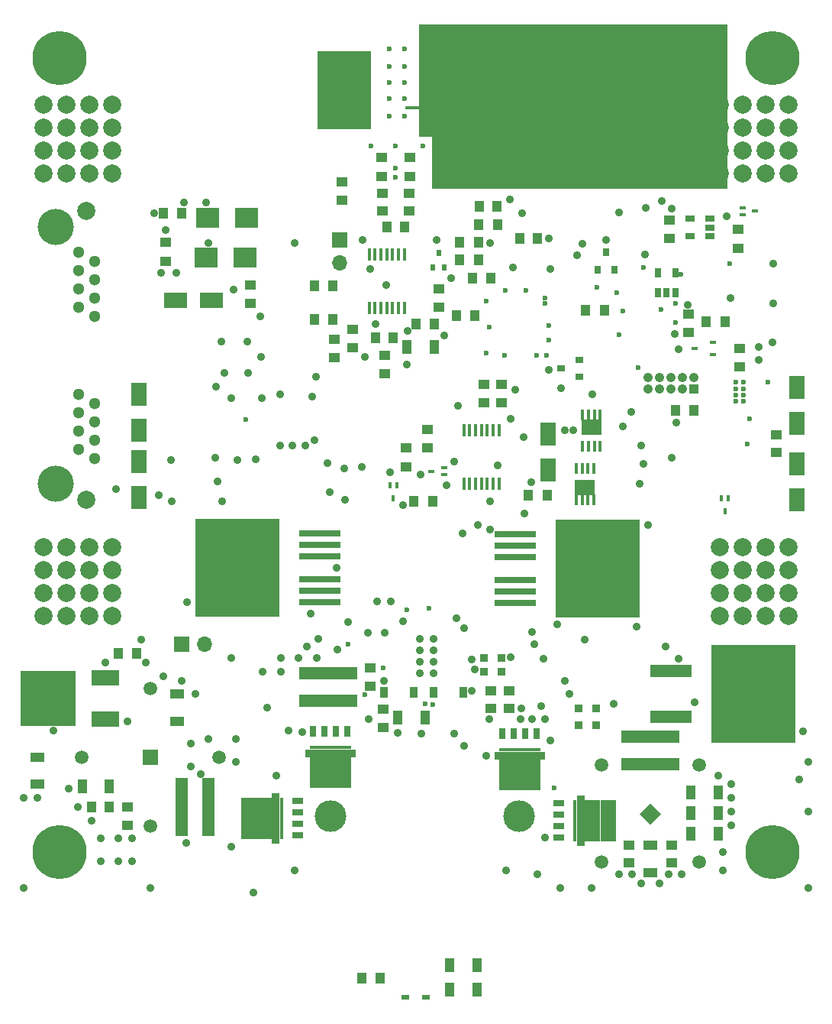
<source format=gts>
G04 #@! TF.FileFunction,Soldermask,Top*
%FSLAX46Y46*%
G04 Gerber Fmt 4.6, Leading zero omitted, Abs format (unit mm)*
G04 Created by KiCad (PCBNEW 4.0.2+e4-6225~38~ubuntu16.10.1-stable) date Mi 04 Jan 2017 00:52:02 CET*
%MOMM*%
G01*
G04 APERTURE LIST*
%ADD10C,0.150000*%
%ADD11R,9.400000X10.800000*%
%ADD12R,4.600000X1.390000*%
%ADD13R,0.910000X1.220000*%
%ADD14R,0.405000X1.300000*%
%ADD15R,2.235000X1.725000*%
%ADD16R,1.000000X1.600000*%
%ADD17R,0.450000X1.450000*%
%ADD18C,6.000000*%
%ADD19R,1.000000X1.250000*%
%ADD20C,2.000000*%
%ADD21R,1.250000X1.000000*%
%ADD22R,6.000000X8.750000*%
%ADD23R,6.000000X9.000000*%
%ADD24R,1.500000X0.400000*%
%ADD25R,1.800860X2.499360*%
%ADD26C,0.899160*%
%ADD27R,4.600000X0.800000*%
%ADD28R,0.650000X1.060000*%
%ADD29R,1.050000X1.050000*%
%ADD30C,1.050000*%
%ADD31R,1.400000X6.400000*%
%ADD32R,6.400000X1.400000*%
%ADD33R,1.700000X4.560000*%
%ADD34R,1.200000X0.750000*%
%ADD35R,1.300000X0.750000*%
%ADD36R,0.905000X5.700000*%
%ADD37R,0.425000X4.560000*%
%ADD38R,4.560000X1.700000*%
%ADD39R,0.750000X1.200000*%
%ADD40R,0.750000X1.300000*%
%ADD41R,5.700000X0.905000*%
%ADD42R,4.560000X0.425000*%
%ADD43R,1.000000X1.300000*%
%ADD44R,1.300000X1.000000*%
%ADD45R,1.600000X1.000000*%
%ADD46C,3.500000*%
%ADD47R,0.900000X0.900000*%
%ADD48C,1.300000*%
%ADD49C,4.000000*%
%ADD50R,0.711200X0.457200*%
%ADD51R,0.800000X0.400000*%
%ADD52R,3.048000X1.651000*%
%ADD53R,6.096000X6.096000*%
%ADD54R,2.499360X1.800860*%
%ADD55R,2.499360X2.301240*%
%ADD56C,1.500000*%
%ADD57R,0.900000X0.800000*%
%ADD58R,1.700000X1.700000*%
%ADD59R,0.600000X0.800000*%
%ADD60O,1.700000X1.700000*%
%ADD61R,0.800000X0.900000*%
%ADD62R,0.900000X0.600000*%
%ADD63R,1.060000X0.650000*%
%ADD64R,0.400000X0.800000*%
%ADD65C,0.889000*%
%ADD66C,0.600000*%
%ADD67C,0.100000*%
G04 APERTURE END LIST*
D10*
D11*
X82900000Y-76500000D03*
D12*
X73750000Y-79040000D03*
X73750000Y-73960000D03*
D13*
X41965000Y-76300000D03*
X45235000Y-76300000D03*
D14*
X63275000Y-54950000D03*
X63925000Y-54950000D03*
X64575000Y-54950000D03*
X65225000Y-54950000D03*
X65225000Y-51465000D03*
X64575000Y-51465000D03*
X63925000Y-51465000D03*
X63275000Y-51465000D03*
D15*
X64250000Y-53600000D03*
D16*
X46500000Y-79100000D03*
X43500000Y-79100000D03*
D17*
X40300000Y-33700000D03*
X40950000Y-33700000D03*
X41600000Y-33700000D03*
X42250000Y-33700000D03*
X42900000Y-33700000D03*
X43550000Y-33700000D03*
X44200000Y-33700000D03*
X44200000Y-27800000D03*
X43550000Y-27800000D03*
X42900000Y-27800000D03*
X42250000Y-27800000D03*
X41600000Y-27800000D03*
X40950000Y-27800000D03*
X40300000Y-27800000D03*
D18*
X85000000Y-94000000D03*
D19*
X44250000Y-24750000D03*
X42250000Y-24750000D03*
X45500000Y-35500000D03*
X47500000Y-35500000D03*
D18*
X6000000Y-6000000D03*
X85000000Y-6000000D03*
X6000000Y-94000000D03*
D19*
X43000000Y-37000000D03*
X41000000Y-37000000D03*
D20*
X84270000Y-60190000D03*
X81730000Y-60190000D03*
X79190000Y-60190000D03*
X79190000Y-62730000D03*
X79190000Y-65270000D03*
X84270000Y-67810000D03*
X81730000Y-67810000D03*
X79190000Y-67810000D03*
X86810000Y-67810000D03*
X86810000Y-60190000D03*
X86810000Y-62730000D03*
X84270000Y-62730000D03*
X81730000Y-62730000D03*
X86810000Y-65270000D03*
X84270000Y-65270000D03*
X81730000Y-65270000D03*
X84270000Y-11190000D03*
X81730000Y-11190000D03*
X79190000Y-11190000D03*
X79190000Y-13730000D03*
X79190000Y-16270000D03*
X84270000Y-18810000D03*
X81730000Y-18810000D03*
X79190000Y-18810000D03*
X86810000Y-18810000D03*
X86810000Y-11190000D03*
X86810000Y-13730000D03*
X84270000Y-13730000D03*
X81730000Y-13730000D03*
X86810000Y-16270000D03*
X84270000Y-16270000D03*
X81730000Y-16270000D03*
X9270000Y-60190000D03*
X6730000Y-60190000D03*
X4190000Y-60190000D03*
X4190000Y-62730000D03*
X4190000Y-65270000D03*
X9270000Y-67810000D03*
X6730000Y-67810000D03*
X4190000Y-67810000D03*
X11810000Y-67810000D03*
X11810000Y-60190000D03*
X11810000Y-62730000D03*
X9270000Y-62730000D03*
X6730000Y-62730000D03*
X11810000Y-65270000D03*
X9270000Y-65270000D03*
X6730000Y-65270000D03*
X6730000Y-18810000D03*
X9270000Y-18810000D03*
X11810000Y-18810000D03*
X11810000Y-16270000D03*
X11810000Y-13730000D03*
X6730000Y-11190000D03*
X9270000Y-11190000D03*
X11810000Y-11190000D03*
X4190000Y-11190000D03*
X4190000Y-18810000D03*
X4190000Y-16270000D03*
X6730000Y-16270000D03*
X9270000Y-16270000D03*
X4190000Y-13730000D03*
X6730000Y-13730000D03*
X9270000Y-13730000D03*
D21*
X44750000Y-21000000D03*
X44750000Y-23000000D03*
X41750000Y-23000000D03*
X41750000Y-21000000D03*
D22*
X37500000Y-9600000D03*
D23*
X49100000Y-9600000D03*
D21*
X81400000Y-38200000D03*
X81400000Y-40200000D03*
X48000000Y-31600000D03*
X48000000Y-33600000D03*
D19*
X53800000Y-30400000D03*
X51800000Y-30400000D03*
D24*
X45100000Y-11500000D03*
X45900000Y-11500000D03*
D21*
X37250000Y-19750000D03*
X37250000Y-21750000D03*
D19*
X34250000Y-31250000D03*
X36250000Y-31250000D03*
X34250000Y-35000000D03*
X36250000Y-35000000D03*
X59000000Y-26000000D03*
X57000000Y-26000000D03*
D21*
X36400000Y-39200000D03*
X36400000Y-37200000D03*
X42000000Y-41000000D03*
X42000000Y-39000000D03*
D19*
X52000000Y-34600000D03*
X50000000Y-34600000D03*
X54500000Y-22500000D03*
X52500000Y-22500000D03*
D21*
X85500000Y-49750000D03*
X85500000Y-47750000D03*
D25*
X87750000Y-54998980D03*
X87750000Y-51001020D03*
X87750000Y-42501020D03*
X87750000Y-46498980D03*
D26*
X85149100Y-28800360D03*
X85149100Y-33199640D03*
D27*
X56500000Y-66410000D03*
X56500000Y-65140000D03*
X56500000Y-63870000D03*
X56500000Y-61330000D03*
X56500000Y-60060000D03*
D11*
X65650000Y-62600000D03*
D27*
X56500000Y-58790000D03*
X34800000Y-58690000D03*
X34800000Y-59960000D03*
X34800000Y-61230000D03*
X34800000Y-63770000D03*
X34800000Y-65040000D03*
D11*
X25650000Y-62500000D03*
D27*
X34800000Y-66310000D03*
D28*
X72350000Y-32000000D03*
X73300000Y-32000000D03*
X74250000Y-32000000D03*
X74250000Y-29800000D03*
X72350000Y-29800000D03*
D29*
X76300000Y-42700000D03*
D30*
X75030000Y-42700000D03*
X73760000Y-42700000D03*
X72490000Y-42700000D03*
X71220000Y-42700000D03*
X75030000Y-41430000D03*
X73760000Y-41430000D03*
X72490000Y-41430000D03*
X71220000Y-41430000D03*
X76300000Y-41430000D03*
D19*
X17500000Y-23250000D03*
X19500000Y-23250000D03*
X76300000Y-45100000D03*
X74300000Y-45100000D03*
D31*
X22500000Y-89000000D03*
X19500000Y-89000000D03*
D32*
X35800000Y-74200000D03*
X35800000Y-77200000D03*
X71500000Y-81250000D03*
X71500000Y-84250000D03*
D33*
X26950000Y-90250000D03*
D34*
X32395000Y-92155000D03*
D35*
X32395000Y-90885000D03*
X32395000Y-89615000D03*
X32395000Y-88345000D03*
D33*
X28650000Y-90250000D03*
D36*
X29952500Y-90250000D03*
D37*
X30617500Y-90250000D03*
D38*
X36000000Y-86050000D03*
D39*
X37905000Y-80605000D03*
D40*
X36635000Y-80605000D03*
X35365000Y-80605000D03*
X34095000Y-80605000D03*
D38*
X36000000Y-84350000D03*
D41*
X36000000Y-83047500D03*
D42*
X36000000Y-82382500D03*
D33*
X66800000Y-90500000D03*
D34*
X61355000Y-88595000D03*
D35*
X61355000Y-89865000D03*
X61355000Y-91135000D03*
X61355000Y-92405000D03*
D33*
X65100000Y-90500000D03*
D36*
X63797500Y-90500000D03*
D37*
X63132500Y-90500000D03*
D38*
X57000000Y-86300000D03*
D39*
X58905000Y-80855000D03*
D40*
X57635000Y-80855000D03*
X56365000Y-80855000D03*
X55095000Y-80855000D03*
D38*
X57000000Y-84600000D03*
D41*
X57000000Y-83297500D03*
D42*
X57000000Y-82632500D03*
D43*
X77700000Y-35250000D03*
X79800000Y-35250000D03*
D44*
X38500000Y-38150000D03*
X38500000Y-36050000D03*
X46800000Y-49250000D03*
X46800000Y-47150000D03*
D43*
X47350000Y-55100000D03*
X45250000Y-55100000D03*
D44*
X44800000Y-17050000D03*
X44800000Y-19150000D03*
X41700000Y-19150000D03*
X41700000Y-17050000D03*
D43*
X64300000Y-33950000D03*
X66400000Y-33950000D03*
X52450000Y-26400000D03*
X50350000Y-26400000D03*
X50350000Y-28400000D03*
X52450000Y-28400000D03*
D16*
X11500000Y-86700000D03*
X8500000Y-86700000D03*
D45*
X19000000Y-79500000D03*
X19000000Y-76500000D03*
X71500000Y-93250000D03*
X71500000Y-96250000D03*
D16*
X76000000Y-92000000D03*
X79000000Y-92000000D03*
X76000000Y-87400000D03*
X79000000Y-87400000D03*
X76000000Y-89700000D03*
X79000000Y-89700000D03*
D46*
X56950000Y-90000000D03*
X36050000Y-90000000D03*
D47*
X53050000Y-72500000D03*
X54950000Y-72500000D03*
D48*
X8040000Y-43325000D03*
X8040000Y-49415000D03*
X8040000Y-45355000D03*
X8040000Y-47385000D03*
X9820000Y-44345000D03*
X9820000Y-46375000D03*
X9820000Y-48405000D03*
X9820000Y-50435000D03*
D49*
X5500000Y-24775000D03*
D20*
X8930000Y-55000000D03*
D48*
X9820000Y-34685000D03*
X9820000Y-32655000D03*
X9820000Y-30625000D03*
X9820000Y-28595000D03*
X8040000Y-31635000D03*
X8040000Y-29605000D03*
X8040000Y-33665000D03*
X8040000Y-27575000D03*
D49*
X5500000Y-53225000D03*
D20*
X8930000Y-23000000D03*
D47*
X63500000Y-79950000D03*
X63500000Y-78050000D03*
X65500000Y-79950000D03*
X65500000Y-78050000D03*
D50*
X78416000Y-38860400D03*
X78416000Y-37539600D03*
X76384000Y-38200000D03*
D51*
X81700000Y-23400000D03*
X81700000Y-22600000D03*
X83100000Y-23000000D03*
D52*
X11000000Y-79286000D03*
D53*
X4650000Y-77000000D03*
D52*
X11000000Y-74714000D03*
D25*
X60106244Y-47706298D03*
X60106244Y-51704258D03*
D43*
X57950000Y-54500000D03*
X60050000Y-54500000D03*
D54*
X22798980Y-32850000D03*
X18801020Y-32850000D03*
D44*
X17750000Y-26450000D03*
X17750000Y-28550000D03*
D21*
X27100000Y-33200000D03*
X27100000Y-31200000D03*
D19*
X11500000Y-89000000D03*
X9500000Y-89000000D03*
D21*
X40400000Y-73600000D03*
X40400000Y-75600000D03*
D55*
X22251160Y-28100000D03*
X26548840Y-28100000D03*
X22401160Y-23750000D03*
X26698840Y-23750000D03*
D56*
X76888154Y-84361846D03*
X66111846Y-95138154D03*
X66111846Y-84361846D03*
D10*
G36*
X72702082Y-89750000D02*
X71500000Y-90952082D01*
X70297918Y-89750000D01*
X71500000Y-88547918D01*
X72702082Y-89750000D01*
X72702082Y-89750000D01*
G37*
D56*
X76888154Y-95138154D03*
D19*
X12500000Y-72000000D03*
X14500000Y-72000000D03*
D21*
X13500000Y-89000000D03*
X13500000Y-91000000D03*
X73900000Y-93200000D03*
X73900000Y-95200000D03*
X69100000Y-93200000D03*
X69100000Y-95200000D03*
D16*
X44500000Y-38000000D03*
X47500000Y-38000000D03*
D21*
X41900000Y-80200000D03*
X41900000Y-78200000D03*
D25*
X14750000Y-54748980D03*
X14750000Y-50751020D03*
X14750000Y-43251020D03*
X14750000Y-47248980D03*
D13*
X50735000Y-76300000D03*
X47465000Y-76300000D03*
D14*
X65925000Y-45550000D03*
X65275000Y-45550000D03*
X64625000Y-45550000D03*
X63975000Y-45550000D03*
X63975000Y-49035000D03*
X64625000Y-49035000D03*
X65275000Y-49035000D03*
X65925000Y-49035000D03*
D15*
X64950000Y-46900000D03*
D17*
X54700000Y-47300000D03*
X54050000Y-47300000D03*
X53400000Y-47300000D03*
X52750000Y-47300000D03*
X52100000Y-47300000D03*
X51450000Y-47300000D03*
X50800000Y-47300000D03*
X50800000Y-53200000D03*
X51450000Y-53200000D03*
X52100000Y-53200000D03*
X52750000Y-53200000D03*
X53400000Y-53200000D03*
X54050000Y-53200000D03*
X54700000Y-53200000D03*
D44*
X55000000Y-42150000D03*
X55000000Y-44250000D03*
X53000000Y-42150000D03*
X53000000Y-44250000D03*
D57*
X63600000Y-41350000D03*
X63600000Y-39450000D03*
X61600000Y-40400000D03*
D21*
X55800000Y-78100000D03*
X55800000Y-76100000D03*
X53800000Y-78100000D03*
X53800000Y-76100000D03*
D47*
X54950000Y-74000000D03*
X53050000Y-74000000D03*
D45*
X3500000Y-83500000D03*
X3500000Y-86500000D03*
D56*
X16000000Y-75880000D03*
X16000000Y-91120000D03*
X8380000Y-83500000D03*
D58*
X16000000Y-83500000D03*
D56*
X23620000Y-83500000D03*
D44*
X44400000Y-51350000D03*
X44400000Y-49250000D03*
X81250000Y-25000000D03*
X81250000Y-27100000D03*
D59*
X48650000Y-29200000D03*
X47350000Y-29200000D03*
X48000000Y-27600000D03*
D58*
X19500000Y-71000000D03*
D60*
X22040000Y-71000000D03*
D58*
X37000000Y-26200000D03*
D60*
X37000000Y-28740000D03*
D61*
X65650000Y-29500000D03*
X67550000Y-29500000D03*
X66600000Y-27500000D03*
D16*
X49250000Y-106500000D03*
X52250000Y-106500000D03*
X49250000Y-109250000D03*
X52250000Y-109250000D03*
D21*
X75700000Y-36400000D03*
X75700000Y-34400000D03*
D19*
X39500000Y-108000000D03*
X41500000Y-108000000D03*
D62*
X44357000Y-110050001D03*
X46643000Y-110050001D03*
D21*
X73600000Y-26000000D03*
X73600000Y-24000000D03*
D63*
X78100000Y-25750000D03*
X78100000Y-24800000D03*
X78100000Y-23850000D03*
X75900000Y-23850000D03*
X75900000Y-25750000D03*
D64*
X42600000Y-53400000D03*
X43400000Y-53400000D03*
X43000000Y-54800000D03*
D51*
X48600000Y-51400000D03*
X48600000Y-52200000D03*
X47200000Y-51800000D03*
D64*
X79350000Y-54800000D03*
X80150000Y-54800000D03*
X79750000Y-56200000D03*
D43*
X54550000Y-24500000D03*
X52450000Y-24500000D03*
D65*
X30000000Y-85500000D03*
X29000000Y-78000000D03*
X20500000Y-82000000D03*
D66*
X41900000Y-73600000D03*
D65*
X67400000Y-77600000D03*
X49700000Y-80900000D03*
X43500000Y-80800000D03*
X65000000Y-98000000D03*
X68000000Y-96500000D03*
X69500000Y-96500000D03*
X70500000Y-97500000D03*
X72500000Y-97500000D03*
X73500000Y-96500000D03*
X75000000Y-96500000D03*
X89000000Y-98000000D03*
X79500000Y-96000000D03*
X79500000Y-94000000D03*
X80500000Y-91000000D03*
X80500000Y-89500000D03*
X80500000Y-88000000D03*
X80500000Y-86500000D03*
X89000000Y-89500000D03*
X89000000Y-84000000D03*
X79000000Y-85500000D03*
X14000000Y-95000000D03*
X12500000Y-95000000D03*
X10500000Y-95000000D03*
X10500000Y-92500000D03*
X12500000Y-92500000D03*
X14000000Y-92500000D03*
X2000000Y-88000000D03*
X2000000Y-98000000D03*
X16000000Y-98000000D03*
X25500000Y-84000000D03*
X22500000Y-81500000D03*
X25500000Y-81500000D03*
X21000000Y-76500000D03*
X19500000Y-75000000D03*
X17500000Y-74500000D03*
X15500000Y-73000000D03*
X34500000Y-72500000D03*
X59400000Y-77800000D03*
X59800000Y-79300000D03*
X58400000Y-79300000D03*
X57100000Y-79300000D03*
X9500000Y-90500000D03*
X8000000Y-89000000D03*
X3500000Y-88000000D03*
X7000000Y-87000000D03*
D66*
X46500000Y-77600000D03*
D65*
X32500000Y-72500000D03*
X28500000Y-74000000D03*
X30500000Y-74000000D03*
X30500000Y-72500000D03*
X55900000Y-21700000D03*
X57450000Y-48050000D03*
X13500000Y-79500000D03*
X40400000Y-29400000D03*
X47800000Y-26200000D03*
X53750000Y-26500000D03*
X49400000Y-30400000D03*
X42200000Y-31200000D03*
X48600000Y-36800000D03*
X41000000Y-35500000D03*
D66*
X43250000Y-18250000D03*
X42500000Y-5000000D03*
X44250000Y-5000000D03*
X44250000Y-7000000D03*
X42500000Y-7000000D03*
X42500000Y-8750000D03*
X44250000Y-8750000D03*
X44250000Y-10500000D03*
X42500000Y-10500000D03*
X42500000Y-12500000D03*
X44250000Y-12500000D03*
X43250000Y-15750000D03*
X43250000Y-19250000D03*
X46250000Y-15750000D03*
X40500000Y-15750000D03*
D65*
X39600000Y-26200000D03*
X52400000Y-57800000D03*
X64250000Y-70500000D03*
X62000000Y-75000000D03*
X62500000Y-76500000D03*
X44100000Y-68400000D03*
X45912500Y-70368750D03*
X42700000Y-66200000D03*
X56000000Y-72400000D03*
X57200000Y-78100000D03*
X53600000Y-79300000D03*
X36800000Y-71550000D03*
X34700000Y-70400000D03*
X41200000Y-66200000D03*
X47487500Y-74231250D03*
X47487500Y-72943750D03*
X47487500Y-71656250D03*
X47487500Y-70368750D03*
X45912500Y-71656250D03*
X45912500Y-72943750D03*
X45912500Y-74231250D03*
X58400000Y-69600000D03*
X16500000Y-23250000D03*
X22500000Y-26500000D03*
X23450000Y-52900000D03*
X18350000Y-50600000D03*
X18400000Y-55100000D03*
X27750000Y-50450000D03*
X25700000Y-50550000D03*
X23200000Y-50300000D03*
X23300000Y-42400000D03*
X24250000Y-40900000D03*
X26850000Y-40950000D03*
X25050000Y-43700000D03*
X28400000Y-43700000D03*
X28350000Y-39150000D03*
X28200000Y-34650000D03*
X23900000Y-37450000D03*
X26750000Y-37450000D03*
X34000000Y-43500000D03*
X30400000Y-43300000D03*
X39500000Y-51300000D03*
X37500000Y-51500000D03*
X35700000Y-50900000D03*
X17700000Y-25100000D03*
X32000000Y-26500000D03*
X19750000Y-22000000D03*
X22250000Y-22000000D03*
D66*
X60250000Y-35650000D03*
X60250000Y-37300000D03*
X53250000Y-33000000D03*
X53600000Y-35800000D03*
X53250000Y-38750000D03*
X59850000Y-33250000D03*
X60000000Y-39000000D03*
X58900000Y-39000000D03*
X55350000Y-39000000D03*
X59850000Y-32600000D03*
X57700000Y-31750000D03*
X55400000Y-31800000D03*
X70100000Y-40300000D03*
X68000000Y-36700000D03*
X80300000Y-28800000D03*
D65*
X20100000Y-66300000D03*
X27000000Y-58500000D03*
X27000000Y-59500000D03*
X27000000Y-60500000D03*
X11000000Y-73000000D03*
D66*
X74300000Y-35300000D03*
X72700000Y-33900000D03*
X68450000Y-34100000D03*
X67750000Y-32000000D03*
X74900000Y-30000000D03*
X74300000Y-33200000D03*
X60800000Y-86900000D03*
D65*
X53300000Y-83300000D03*
X60400000Y-81600000D03*
X59800000Y-92400000D03*
X50800000Y-82200000D03*
D66*
X39800000Y-76600000D03*
D65*
X42000000Y-69700000D03*
D66*
X47400000Y-77700000D03*
D65*
X63950000Y-26600000D03*
X12200000Y-53800000D03*
X40200000Y-69700000D03*
X33400000Y-71200000D03*
X63400000Y-27850000D03*
D66*
X38000000Y-71000000D03*
X44500000Y-67200000D03*
D65*
X17000000Y-54500000D03*
D66*
X84500000Y-41900000D03*
D65*
X71200000Y-57800000D03*
X88400000Y-80600000D03*
X61200000Y-68800000D03*
X70000000Y-69000000D03*
X37600000Y-55000000D03*
X30400000Y-49000000D03*
X31800000Y-49000000D03*
X33200000Y-49000000D03*
X34200000Y-48400000D03*
X35900000Y-54100000D03*
X34400000Y-41300000D03*
X73150000Y-71200000D03*
X60400000Y-29400000D03*
X88000000Y-86000000D03*
X27500000Y-98500000D03*
X61500000Y-98000000D03*
X74600000Y-38300000D03*
X70900000Y-27800000D03*
X61600000Y-42600000D03*
X20000000Y-93000000D03*
X31400000Y-80500000D03*
X32900000Y-80700000D03*
X25000000Y-93400000D03*
X21600000Y-85400000D03*
X40250000Y-79300000D03*
X50000000Y-68100000D03*
X51700000Y-72700000D03*
X32000000Y-96000000D03*
X55500000Y-96000000D03*
X38000000Y-68500000D03*
X15000000Y-70500000D03*
D66*
X46900000Y-67000000D03*
D65*
X58600000Y-71000000D03*
X44500000Y-40000000D03*
X83500000Y-39500000D03*
X85000000Y-37500000D03*
X83500000Y-38000000D03*
X17200000Y-29800000D03*
X25300000Y-31700000D03*
X74600000Y-72600000D03*
X59000000Y-96500000D03*
X59600000Y-72600000D03*
X50800000Y-69200000D03*
X76400000Y-77400000D03*
X18900000Y-29800000D03*
X41950000Y-75050000D03*
X51700000Y-76100000D03*
X70750000Y-51000000D03*
X53750000Y-55150000D03*
X5300000Y-80500000D03*
X4800000Y-75100000D03*
X46100000Y-80900000D03*
X20500000Y-84500000D03*
X52000000Y-73800000D03*
X36700000Y-62500000D03*
X50700000Y-58700000D03*
X46000000Y-52200000D03*
X54600000Y-51200000D03*
X62000000Y-47300000D03*
X57500000Y-56500000D03*
X73850000Y-50350000D03*
X25000000Y-72500000D03*
X68450000Y-46850000D03*
X62950000Y-47275000D03*
X60200000Y-40600000D03*
X73900000Y-22700000D03*
X71000000Y-22600000D03*
X49700000Y-50700000D03*
X24000000Y-55100000D03*
X42600000Y-51900000D03*
X80000000Y-23600000D03*
X60250000Y-26000000D03*
X57250000Y-23250000D03*
X56000000Y-46000000D03*
X50150000Y-44550000D03*
X65100000Y-43300000D03*
X69400000Y-45200000D03*
X80400000Y-32600000D03*
X75600000Y-33400000D03*
X58250000Y-53000000D03*
X56500000Y-42750000D03*
X56250000Y-29250000D03*
D66*
X82250000Y-48750000D03*
X82500000Y-46000000D03*
D65*
X74400000Y-46400000D03*
X74200000Y-36600000D03*
X70300000Y-53200000D03*
X70500000Y-49000000D03*
X66600000Y-26200000D03*
D66*
X80998844Y-44089029D03*
X81823844Y-44089029D03*
X81823844Y-43376529D03*
X80998844Y-43376529D03*
X80998844Y-42664029D03*
X81823844Y-42664029D03*
X81823844Y-41951529D03*
X80998844Y-41951529D03*
D65*
X53750000Y-58250000D03*
X33800000Y-67600000D03*
D66*
X65550000Y-31400000D03*
D65*
X68000000Y-23150000D03*
X48900000Y-53400000D03*
X44100000Y-55600000D03*
D66*
X70700000Y-29200000D03*
D65*
X39800000Y-39100000D03*
X44600000Y-36300000D03*
D66*
X26600000Y-46050000D03*
D65*
X72800000Y-21900000D03*
D67*
G36*
X79950000Y-20450000D02*
X47300000Y-20450000D01*
X47300000Y-14750000D01*
X47296061Y-14730547D01*
X47284864Y-14714160D01*
X47268173Y-14703419D01*
X47250000Y-14700000D01*
X45800000Y-14700000D01*
X45800000Y-2300000D01*
X79950000Y-2300000D01*
X79950000Y-20450000D01*
X79950000Y-20450000D01*
G37*
X79950000Y-20450000D02*
X47300000Y-20450000D01*
X47300000Y-14750000D01*
X47296061Y-14730547D01*
X47284864Y-14714160D01*
X47268173Y-14703419D01*
X47250000Y-14700000D01*
X45800000Y-14700000D01*
X45800000Y-2300000D01*
X79950000Y-2300000D01*
X79950000Y-20450000D01*
M02*

</source>
